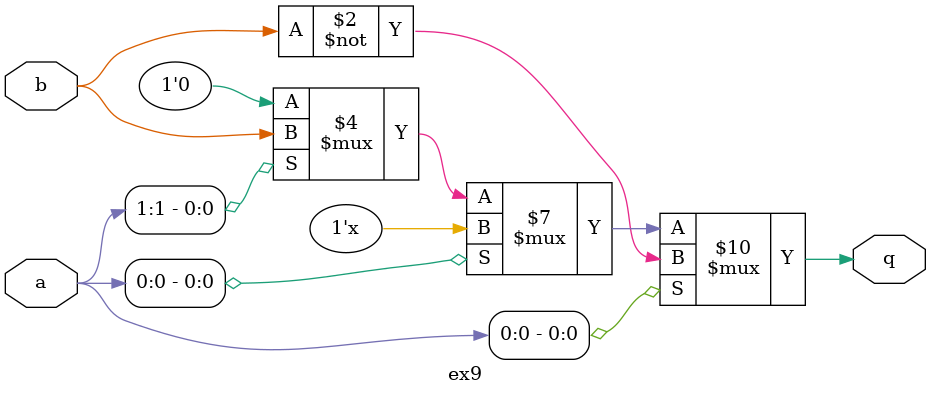
<source format=sv>
module ex9(output logic q, input logic [1:0] a, input logic b);
    always_comb begin
        q = 0;
        if (a[0])
            q = ~b;
        else if (a[1])
            q = b;
    end
endmodule

</source>
